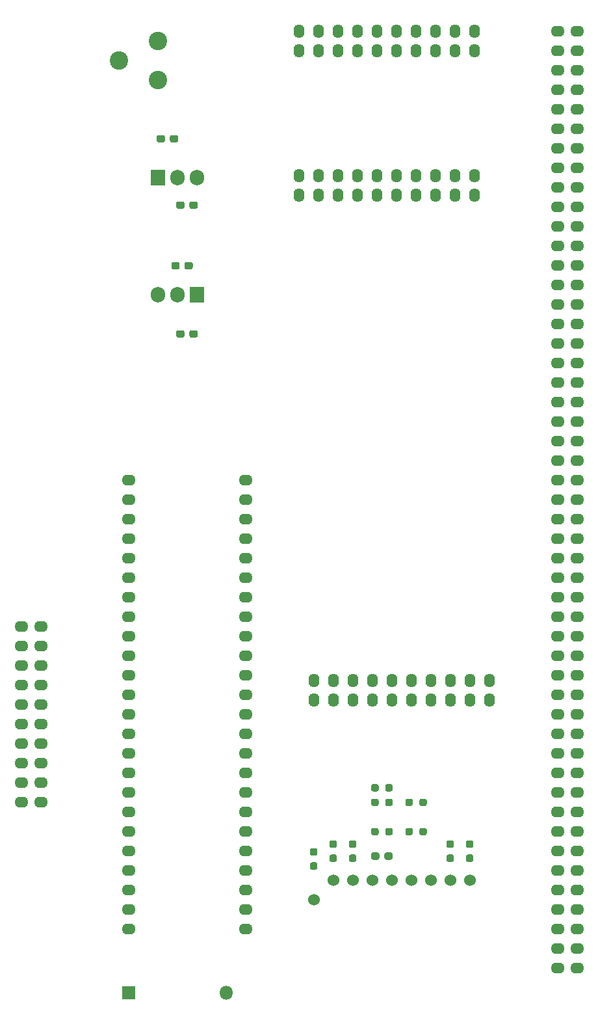
<source format=gbr>
%TF.GenerationSoftware,KiCad,Pcbnew,(5.1.9)-1*%
%TF.CreationDate,2021-10-09T15:43:02-04:00*%
%TF.ProjectId,4wire_sd_breakout,34776972-655f-4736-945f-627265616b6f,rev?*%
%TF.SameCoordinates,Original*%
%TF.FileFunction,Soldermask,Top*%
%TF.FilePolarity,Negative*%
%FSLAX46Y46*%
G04 Gerber Fmt 4.6, Leading zero omitted, Abs format (unit mm)*
G04 Created by KiCad (PCBNEW (5.1.9)-1) date 2021-10-09 15:43:02*
%MOMM*%
%LPD*%
G01*
G04 APERTURE LIST*
%ADD10C,1.524000*%
%ADD11O,1.800000X1.400000*%
%ADD12O,1.400000X1.800000*%
%ADD13O,1.905000X2.000000*%
%ADD14R,1.905000X2.000000*%
%ADD15C,2.400000*%
%ADD16O,1.800000X1.800000*%
%ADD17R,1.800000X1.800000*%
G04 APERTURE END LIST*
%TO.C,R6*%
G36*
G01*
X83582500Y-155111000D02*
X84057500Y-155111000D01*
G75*
G02*
X84295000Y-155348500I0J-237500D01*
G01*
X84295000Y-155848500D01*
G75*
G02*
X84057500Y-156086000I-237500J0D01*
G01*
X83582500Y-156086000D01*
G75*
G02*
X83345000Y-155848500I0J237500D01*
G01*
X83345000Y-155348500D01*
G75*
G02*
X83582500Y-155111000I237500J0D01*
G01*
G37*
G36*
G01*
X83582500Y-153286000D02*
X84057500Y-153286000D01*
G75*
G02*
X84295000Y-153523500I0J-237500D01*
G01*
X84295000Y-154023500D01*
G75*
G02*
X84057500Y-154261000I-237500J0D01*
G01*
X83582500Y-154261000D01*
G75*
G02*
X83345000Y-154023500I0J237500D01*
G01*
X83345000Y-153523500D01*
G75*
G02*
X83582500Y-153286000I237500J0D01*
G01*
G37*
%TD*%
D10*
%TO.C,U6*%
X83820000Y-160020000D03*
X104140000Y-157480000D03*
X101600000Y-157480000D03*
X99060000Y-157480000D03*
X96520000Y-157480000D03*
X93980000Y-157480000D03*
X91440000Y-157480000D03*
X88900000Y-157480000D03*
X86360000Y-157480000D03*
%TD*%
D11*
%TO.C,U4*%
X59690000Y-163830000D03*
X74930000Y-163830000D03*
X59690000Y-161290000D03*
X74930000Y-161290000D03*
X59690000Y-158750000D03*
X74930000Y-158750000D03*
X59690000Y-156210000D03*
X74930000Y-156210000D03*
X59690000Y-153670000D03*
X74930000Y-153670000D03*
X59690000Y-151130000D03*
X74930000Y-151130000D03*
X59690000Y-148590000D03*
X74930000Y-148590000D03*
X59690000Y-146050000D03*
X74930000Y-146050000D03*
X59690000Y-143510000D03*
X74930000Y-143510000D03*
X59690000Y-140970000D03*
X74930000Y-140970000D03*
X59690000Y-138430000D03*
X74930000Y-138430000D03*
X59690000Y-135890000D03*
X74930000Y-135890000D03*
X59690000Y-133350000D03*
X74930000Y-133350000D03*
X59690000Y-130810000D03*
X74930000Y-130810000D03*
X59690000Y-128270000D03*
X74930000Y-128270000D03*
X59690000Y-125730000D03*
X74930000Y-125730000D03*
X59690000Y-123190000D03*
X74930000Y-123190000D03*
X59690000Y-120650000D03*
X74930000Y-120650000D03*
X59690000Y-118110000D03*
X74930000Y-118110000D03*
X59690000Y-115570000D03*
X74930000Y-115570000D03*
X59690000Y-113030000D03*
X74930000Y-113030000D03*
X59690000Y-110490000D03*
X74930000Y-110490000D03*
X59690000Y-107950000D03*
X74930000Y-107950000D03*
X59690000Y-105410000D03*
X74930000Y-105410000D03*
%TD*%
D12*
%TO.C,U8*%
X81915000Y-65786000D03*
X81915000Y-68326000D03*
X84455000Y-65786000D03*
X84455000Y-68326000D03*
X86995000Y-65786000D03*
X86995000Y-68326000D03*
X89535000Y-65786000D03*
X89535000Y-68326000D03*
X92075000Y-65786000D03*
X92075000Y-68326000D03*
X94615000Y-65786000D03*
X94615000Y-68326000D03*
X97155000Y-65786000D03*
X97155000Y-68326000D03*
X99695000Y-65786000D03*
X99695000Y-68326000D03*
X102235000Y-65786000D03*
X102235000Y-68326000D03*
X104775000Y-65786000D03*
X104775000Y-68326000D03*
%TD*%
%TO.C,U7*%
X81915000Y-46990000D03*
X81915000Y-49530000D03*
X84455000Y-46990000D03*
X84455000Y-49530000D03*
X86995000Y-46990000D03*
X86995000Y-49530000D03*
X89535000Y-46990000D03*
X89535000Y-49530000D03*
X92075000Y-46990000D03*
X92075000Y-49530000D03*
X94615000Y-46990000D03*
X94615000Y-49530000D03*
X97155000Y-46990000D03*
X97155000Y-49530000D03*
X99695000Y-46990000D03*
X99695000Y-49530000D03*
X102235000Y-46990000D03*
X102235000Y-49530000D03*
X104775000Y-46990000D03*
X104775000Y-49530000D03*
%TD*%
%TO.C,U5*%
X106680000Y-133985000D03*
X106680000Y-131445000D03*
X104140000Y-133985000D03*
X104140000Y-131445000D03*
X101600000Y-133985000D03*
X101600000Y-131445000D03*
X99060000Y-133985000D03*
X99060000Y-131445000D03*
X96520000Y-133985000D03*
X96520000Y-131445000D03*
X93980000Y-133985000D03*
X93980000Y-131445000D03*
X91440000Y-133985000D03*
X91440000Y-131445000D03*
X88900000Y-133985000D03*
X88900000Y-131445000D03*
X86360000Y-133985000D03*
X86360000Y-131445000D03*
X83820000Y-133985000D03*
X83820000Y-131445000D03*
%TD*%
D11*
%TO.C,U3*%
X48260000Y-124460000D03*
X45720000Y-124460000D03*
X48260000Y-127000000D03*
X45720000Y-127000000D03*
X48260000Y-129540000D03*
X45720000Y-129540000D03*
X48260000Y-132080000D03*
X45720000Y-132080000D03*
X48260000Y-134620000D03*
X45720000Y-134620000D03*
X48260000Y-137160000D03*
X45720000Y-137160000D03*
X48260000Y-139700000D03*
X45720000Y-139700000D03*
X48260000Y-142240000D03*
X45720000Y-142240000D03*
X48260000Y-144780000D03*
X45720000Y-144780000D03*
X48260000Y-147320000D03*
X45720000Y-147320000D03*
%TD*%
D13*
%TO.C,U2*%
X63500000Y-81280000D03*
X66040000Y-81280000D03*
D14*
X68580000Y-81280000D03*
%TD*%
D13*
%TO.C,U1*%
X68580000Y-66040000D03*
X66040000Y-66040000D03*
D14*
X63500000Y-66040000D03*
%TD*%
%TO.C,R10*%
G36*
G01*
X103902500Y-154095000D02*
X104377500Y-154095000D01*
G75*
G02*
X104615000Y-154332500I0J-237500D01*
G01*
X104615000Y-154832500D01*
G75*
G02*
X104377500Y-155070000I-237500J0D01*
G01*
X103902500Y-155070000D01*
G75*
G02*
X103665000Y-154832500I0J237500D01*
G01*
X103665000Y-154332500D01*
G75*
G02*
X103902500Y-154095000I237500J0D01*
G01*
G37*
G36*
G01*
X103902500Y-152270000D02*
X104377500Y-152270000D01*
G75*
G02*
X104615000Y-152507500I0J-237500D01*
G01*
X104615000Y-153007500D01*
G75*
G02*
X104377500Y-153245000I-237500J0D01*
G01*
X103902500Y-153245000D01*
G75*
G02*
X103665000Y-153007500I0J237500D01*
G01*
X103665000Y-152507500D01*
G75*
G02*
X103902500Y-152270000I237500J0D01*
G01*
G37*
%TD*%
%TO.C,R9*%
G36*
G01*
X101362500Y-154095000D02*
X101837500Y-154095000D01*
G75*
G02*
X102075000Y-154332500I0J-237500D01*
G01*
X102075000Y-154832500D01*
G75*
G02*
X101837500Y-155070000I-237500J0D01*
G01*
X101362500Y-155070000D01*
G75*
G02*
X101125000Y-154832500I0J237500D01*
G01*
X101125000Y-154332500D01*
G75*
G02*
X101362500Y-154095000I237500J0D01*
G01*
G37*
G36*
G01*
X101362500Y-152270000D02*
X101837500Y-152270000D01*
G75*
G02*
X102075000Y-152507500I0J-237500D01*
G01*
X102075000Y-153007500D01*
G75*
G02*
X101837500Y-153245000I-237500J0D01*
G01*
X101362500Y-153245000D01*
G75*
G02*
X101125000Y-153007500I0J237500D01*
G01*
X101125000Y-152507500D01*
G75*
G02*
X101362500Y-152270000I237500J0D01*
G01*
G37*
%TD*%
%TO.C,R8*%
G36*
G01*
X88662500Y-154095000D02*
X89137500Y-154095000D01*
G75*
G02*
X89375000Y-154332500I0J-237500D01*
G01*
X89375000Y-154832500D01*
G75*
G02*
X89137500Y-155070000I-237500J0D01*
G01*
X88662500Y-155070000D01*
G75*
G02*
X88425000Y-154832500I0J237500D01*
G01*
X88425000Y-154332500D01*
G75*
G02*
X88662500Y-154095000I237500J0D01*
G01*
G37*
G36*
G01*
X88662500Y-152270000D02*
X89137500Y-152270000D01*
G75*
G02*
X89375000Y-152507500I0J-237500D01*
G01*
X89375000Y-153007500D01*
G75*
G02*
X89137500Y-153245000I-237500J0D01*
G01*
X88662500Y-153245000D01*
G75*
G02*
X88425000Y-153007500I0J237500D01*
G01*
X88425000Y-152507500D01*
G75*
G02*
X88662500Y-152270000I237500J0D01*
G01*
G37*
%TD*%
%TO.C,R7*%
G36*
G01*
X86122500Y-154095000D02*
X86597500Y-154095000D01*
G75*
G02*
X86835000Y-154332500I0J-237500D01*
G01*
X86835000Y-154832500D01*
G75*
G02*
X86597500Y-155070000I-237500J0D01*
G01*
X86122500Y-155070000D01*
G75*
G02*
X85885000Y-154832500I0J237500D01*
G01*
X85885000Y-154332500D01*
G75*
G02*
X86122500Y-154095000I237500J0D01*
G01*
G37*
G36*
G01*
X86122500Y-152270000D02*
X86597500Y-152270000D01*
G75*
G02*
X86835000Y-152507500I0J-237500D01*
G01*
X86835000Y-153007500D01*
G75*
G02*
X86597500Y-153245000I-237500J0D01*
G01*
X86122500Y-153245000D01*
G75*
G02*
X85885000Y-153007500I0J237500D01*
G01*
X85885000Y-152507500D01*
G75*
G02*
X86122500Y-152270000I237500J0D01*
G01*
G37*
%TD*%
%TO.C,R5*%
G36*
G01*
X96730000Y-147082500D02*
X96730000Y-147557500D01*
G75*
G02*
X96492500Y-147795000I-237500J0D01*
G01*
X95992500Y-147795000D01*
G75*
G02*
X95755000Y-147557500I0J237500D01*
G01*
X95755000Y-147082500D01*
G75*
G02*
X95992500Y-146845000I237500J0D01*
G01*
X96492500Y-146845000D01*
G75*
G02*
X96730000Y-147082500I0J-237500D01*
G01*
G37*
G36*
G01*
X98555000Y-147082500D02*
X98555000Y-147557500D01*
G75*
G02*
X98317500Y-147795000I-237500J0D01*
G01*
X97817500Y-147795000D01*
G75*
G02*
X97580000Y-147557500I0J237500D01*
G01*
X97580000Y-147082500D01*
G75*
G02*
X97817500Y-146845000I237500J0D01*
G01*
X98317500Y-146845000D01*
G75*
G02*
X98555000Y-147082500I0J-237500D01*
G01*
G37*
%TD*%
%TO.C,R4*%
G36*
G01*
X96730000Y-150892500D02*
X96730000Y-151367500D01*
G75*
G02*
X96492500Y-151605000I-237500J0D01*
G01*
X95992500Y-151605000D01*
G75*
G02*
X95755000Y-151367500I0J237500D01*
G01*
X95755000Y-150892500D01*
G75*
G02*
X95992500Y-150655000I237500J0D01*
G01*
X96492500Y-150655000D01*
G75*
G02*
X96730000Y-150892500I0J-237500D01*
G01*
G37*
G36*
G01*
X98555000Y-150892500D02*
X98555000Y-151367500D01*
G75*
G02*
X98317500Y-151605000I-237500J0D01*
G01*
X97817500Y-151605000D01*
G75*
G02*
X97580000Y-151367500I0J237500D01*
G01*
X97580000Y-150892500D01*
G75*
G02*
X97817500Y-150655000I237500J0D01*
G01*
X98317500Y-150655000D01*
G75*
G02*
X98555000Y-150892500I0J-237500D01*
G01*
G37*
%TD*%
%TO.C,R3*%
G36*
G01*
X93135000Y-151367500D02*
X93135000Y-150892500D01*
G75*
G02*
X93372500Y-150655000I237500J0D01*
G01*
X93872500Y-150655000D01*
G75*
G02*
X94110000Y-150892500I0J-237500D01*
G01*
X94110000Y-151367500D01*
G75*
G02*
X93872500Y-151605000I-237500J0D01*
G01*
X93372500Y-151605000D01*
G75*
G02*
X93135000Y-151367500I0J237500D01*
G01*
G37*
G36*
G01*
X91310000Y-151367500D02*
X91310000Y-150892500D01*
G75*
G02*
X91547500Y-150655000I237500J0D01*
G01*
X92047500Y-150655000D01*
G75*
G02*
X92285000Y-150892500I0J-237500D01*
G01*
X92285000Y-151367500D01*
G75*
G02*
X92047500Y-151605000I-237500J0D01*
G01*
X91547500Y-151605000D01*
G75*
G02*
X91310000Y-151367500I0J237500D01*
G01*
G37*
%TD*%
%TO.C,R2*%
G36*
G01*
X93135000Y-147557500D02*
X93135000Y-147082500D01*
G75*
G02*
X93372500Y-146845000I237500J0D01*
G01*
X93872500Y-146845000D01*
G75*
G02*
X94110000Y-147082500I0J-237500D01*
G01*
X94110000Y-147557500D01*
G75*
G02*
X93872500Y-147795000I-237500J0D01*
G01*
X93372500Y-147795000D01*
G75*
G02*
X93135000Y-147557500I0J237500D01*
G01*
G37*
G36*
G01*
X91310000Y-147557500D02*
X91310000Y-147082500D01*
G75*
G02*
X91547500Y-146845000I237500J0D01*
G01*
X92047500Y-146845000D01*
G75*
G02*
X92285000Y-147082500I0J-237500D01*
G01*
X92285000Y-147557500D01*
G75*
G02*
X92047500Y-147795000I-237500J0D01*
G01*
X91547500Y-147795000D01*
G75*
G02*
X91310000Y-147557500I0J237500D01*
G01*
G37*
%TD*%
%TO.C,R1*%
G36*
G01*
X93135000Y-145652500D02*
X93135000Y-145177500D01*
G75*
G02*
X93372500Y-144940000I237500J0D01*
G01*
X93872500Y-144940000D01*
G75*
G02*
X94110000Y-145177500I0J-237500D01*
G01*
X94110000Y-145652500D01*
G75*
G02*
X93872500Y-145890000I-237500J0D01*
G01*
X93372500Y-145890000D01*
G75*
G02*
X93135000Y-145652500I0J237500D01*
G01*
G37*
G36*
G01*
X91310000Y-145652500D02*
X91310000Y-145177500D01*
G75*
G02*
X91547500Y-144940000I237500J0D01*
G01*
X92047500Y-144940000D01*
G75*
G02*
X92285000Y-145177500I0J-237500D01*
G01*
X92285000Y-145652500D01*
G75*
G02*
X92047500Y-145890000I-237500J0D01*
G01*
X91547500Y-145890000D01*
G75*
G02*
X91310000Y-145652500I0J237500D01*
G01*
G37*
%TD*%
D11*
%TO.C,J2*%
X118110000Y-46990000D03*
X115570000Y-46990000D03*
X118110000Y-49530000D03*
X115570000Y-49530000D03*
X118110000Y-52070000D03*
X115570000Y-52070000D03*
X118110000Y-54610000D03*
X115570000Y-54610000D03*
X118110000Y-57150000D03*
X115570000Y-57150000D03*
X118110000Y-59690000D03*
X115570000Y-59690000D03*
X118110000Y-62230000D03*
X115570000Y-62230000D03*
X118110000Y-64770000D03*
X115570000Y-64770000D03*
X118110000Y-67310000D03*
X115570000Y-67310000D03*
X118110000Y-69850000D03*
X115570000Y-69850000D03*
X118110000Y-72390000D03*
X115570000Y-72390000D03*
X118110000Y-74930000D03*
X115570000Y-74930000D03*
X118110000Y-77470000D03*
X115570000Y-77470000D03*
X118110000Y-80010000D03*
X115570000Y-80010000D03*
X118110000Y-82550000D03*
X115570000Y-82550000D03*
X118110000Y-85090000D03*
X115570000Y-85090000D03*
X118110000Y-87630000D03*
X115570000Y-87630000D03*
X118110000Y-90170000D03*
X115570000Y-90170000D03*
X118110000Y-92710000D03*
X115570000Y-92710000D03*
X118110000Y-95250000D03*
X115570000Y-95250000D03*
X118110000Y-97790000D03*
X115570000Y-97790000D03*
X118110000Y-100330000D03*
X115570000Y-100330000D03*
X118110000Y-102870000D03*
X115570000Y-102870000D03*
X118110000Y-105410000D03*
X115570000Y-105410000D03*
X118110000Y-107950000D03*
X115570000Y-107950000D03*
X118110000Y-110490000D03*
X115570000Y-110490000D03*
X118110000Y-113030000D03*
X115570000Y-113030000D03*
X118110000Y-115570000D03*
X115570000Y-115570000D03*
X118110000Y-118110000D03*
X115570000Y-118110000D03*
X118110000Y-120650000D03*
X115570000Y-120650000D03*
X118110000Y-123190000D03*
X115570000Y-123190000D03*
X118110000Y-125730000D03*
X115570000Y-125730000D03*
X118110000Y-128270000D03*
X115570000Y-128270000D03*
X118110000Y-130810000D03*
X115570000Y-130810000D03*
X118110000Y-133350000D03*
X115570000Y-133350000D03*
X118110000Y-135890000D03*
X115570000Y-135890000D03*
X118110000Y-138430000D03*
X115570000Y-138430000D03*
X118110000Y-140970000D03*
X115570000Y-140970000D03*
X118110000Y-143510000D03*
X115570000Y-143510000D03*
X118110000Y-146050000D03*
X115570000Y-146050000D03*
X118110000Y-148590000D03*
X115570000Y-148590000D03*
X118110000Y-151130000D03*
X115570000Y-151130000D03*
X118110000Y-153670000D03*
X115570000Y-153670000D03*
X118110000Y-156210000D03*
X115570000Y-156210000D03*
X118110000Y-158750000D03*
X115570000Y-158750000D03*
X118110000Y-161290000D03*
X115570000Y-161290000D03*
X118110000Y-163830000D03*
X115570000Y-163830000D03*
X118110000Y-166370000D03*
X115570000Y-166370000D03*
X118110000Y-168910000D03*
X115570000Y-168910000D03*
%TD*%
D15*
%TO.C,J1*%
X58420000Y-50800000D03*
X63500000Y-48260000D03*
X63500000Y-53340000D03*
%TD*%
D16*
%TO.C,D1*%
X72390000Y-172085000D03*
D17*
X59690000Y-172085000D03*
%TD*%
%TO.C,C5*%
G36*
G01*
X93035000Y-154542500D02*
X93035000Y-154067500D01*
G75*
G02*
X93272500Y-153830000I237500J0D01*
G01*
X93872500Y-153830000D01*
G75*
G02*
X94110000Y-154067500I0J-237500D01*
G01*
X94110000Y-154542500D01*
G75*
G02*
X93872500Y-154780000I-237500J0D01*
G01*
X93272500Y-154780000D01*
G75*
G02*
X93035000Y-154542500I0J237500D01*
G01*
G37*
G36*
G01*
X91310000Y-154542500D02*
X91310000Y-154067500D01*
G75*
G02*
X91547500Y-153830000I237500J0D01*
G01*
X92147500Y-153830000D01*
G75*
G02*
X92385000Y-154067500I0J-237500D01*
G01*
X92385000Y-154542500D01*
G75*
G02*
X92147500Y-154780000I-237500J0D01*
G01*
X91547500Y-154780000D01*
G75*
G02*
X91310000Y-154542500I0J237500D01*
G01*
G37*
%TD*%
%TO.C,C4*%
G36*
G01*
X66985000Y-86122500D02*
X66985000Y-86597500D01*
G75*
G02*
X66747500Y-86835000I-237500J0D01*
G01*
X66147500Y-86835000D01*
G75*
G02*
X65910000Y-86597500I0J237500D01*
G01*
X65910000Y-86122500D01*
G75*
G02*
X66147500Y-85885000I237500J0D01*
G01*
X66747500Y-85885000D01*
G75*
G02*
X66985000Y-86122500I0J-237500D01*
G01*
G37*
G36*
G01*
X68710000Y-86122500D02*
X68710000Y-86597500D01*
G75*
G02*
X68472500Y-86835000I-237500J0D01*
G01*
X67872500Y-86835000D01*
G75*
G02*
X67635000Y-86597500I0J237500D01*
G01*
X67635000Y-86122500D01*
G75*
G02*
X67872500Y-85885000I237500J0D01*
G01*
X68472500Y-85885000D01*
G75*
G02*
X68710000Y-86122500I0J-237500D01*
G01*
G37*
%TD*%
%TO.C,C3*%
G36*
G01*
X66350000Y-77232500D02*
X66350000Y-77707500D01*
G75*
G02*
X66112500Y-77945000I-237500J0D01*
G01*
X65512500Y-77945000D01*
G75*
G02*
X65275000Y-77707500I0J237500D01*
G01*
X65275000Y-77232500D01*
G75*
G02*
X65512500Y-76995000I237500J0D01*
G01*
X66112500Y-76995000D01*
G75*
G02*
X66350000Y-77232500I0J-237500D01*
G01*
G37*
G36*
G01*
X68075000Y-77232500D02*
X68075000Y-77707500D01*
G75*
G02*
X67837500Y-77945000I-237500J0D01*
G01*
X67237500Y-77945000D01*
G75*
G02*
X67000000Y-77707500I0J237500D01*
G01*
X67000000Y-77232500D01*
G75*
G02*
X67237500Y-76995000I237500J0D01*
G01*
X67837500Y-76995000D01*
G75*
G02*
X68075000Y-77232500I0J-237500D01*
G01*
G37*
%TD*%
%TO.C,C2*%
G36*
G01*
X67635000Y-69833500D02*
X67635000Y-69358500D01*
G75*
G02*
X67872500Y-69121000I237500J0D01*
G01*
X68472500Y-69121000D01*
G75*
G02*
X68710000Y-69358500I0J-237500D01*
G01*
X68710000Y-69833500D01*
G75*
G02*
X68472500Y-70071000I-237500J0D01*
G01*
X67872500Y-70071000D01*
G75*
G02*
X67635000Y-69833500I0J237500D01*
G01*
G37*
G36*
G01*
X65910000Y-69833500D02*
X65910000Y-69358500D01*
G75*
G02*
X66147500Y-69121000I237500J0D01*
G01*
X66747500Y-69121000D01*
G75*
G02*
X66985000Y-69358500I0J-237500D01*
G01*
X66985000Y-69833500D01*
G75*
G02*
X66747500Y-70071000I-237500J0D01*
G01*
X66147500Y-70071000D01*
G75*
G02*
X65910000Y-69833500I0J237500D01*
G01*
G37*
%TD*%
%TO.C,C1*%
G36*
G01*
X64445000Y-60722500D02*
X64445000Y-61197500D01*
G75*
G02*
X64207500Y-61435000I-237500J0D01*
G01*
X63607500Y-61435000D01*
G75*
G02*
X63370000Y-61197500I0J237500D01*
G01*
X63370000Y-60722500D01*
G75*
G02*
X63607500Y-60485000I237500J0D01*
G01*
X64207500Y-60485000D01*
G75*
G02*
X64445000Y-60722500I0J-237500D01*
G01*
G37*
G36*
G01*
X66170000Y-60722500D02*
X66170000Y-61197500D01*
G75*
G02*
X65932500Y-61435000I-237500J0D01*
G01*
X65332500Y-61435000D01*
G75*
G02*
X65095000Y-61197500I0J237500D01*
G01*
X65095000Y-60722500D01*
G75*
G02*
X65332500Y-60485000I237500J0D01*
G01*
X65932500Y-60485000D01*
G75*
G02*
X66170000Y-60722500I0J-237500D01*
G01*
G37*
%TD*%
M02*

</source>
